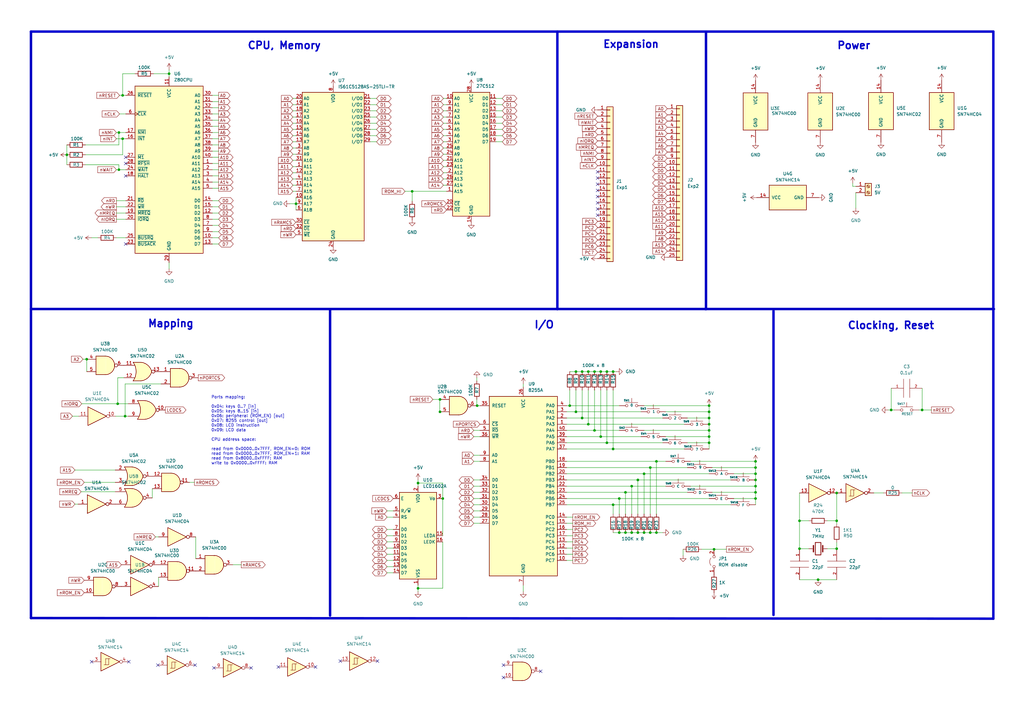
<source format=kicad_sch>
(kicad_sch (version 20211123) (generator eeschema)
  (paper "A3")
  (junction (at 248.92 152.4))
  (junction (at 254 218.44))
  (junction (at 256.54 218.44))
  (junction (at 309.88 199.39))
  (junction (at 309.88 191.77))
  (junction (at 256.54 201.93))
  (junction (at 171.45 198.12))
  (junction (at 292.862 225.298))
  (junction (at 259.08 218.44))
  (junction (at 259.08 199.39))
  (junction (at 290.83 168.91))
  (junction (at 248.92 181.61))
  (junction (at 290.83 173.99))
  (junction (at 266.7 191.77))
  (junction (at 246.38 152.4))
  (junction (at 171.45 241.3))
  (junction (at 290.83 176.53))
  (junction (at 309.88 204.47))
  (junction (at 269.24 218.44))
  (junction (at 48.768 54.356))
  (junction (at 309.88 201.93))
  (junction (at 266.7 218.44))
  (junction (at 309.88 196.85))
  (junction (at 243.84 176.53))
  (junction (at 264.16 194.31))
  (junction (at 195.707 166.37))
  (junction (at 238.76 152.4))
  (junction (at 48.768 69.596))
  (junction (at 51.308 170.688))
  (junction (at 243.84 152.4))
  (junction (at 343.154 225.044))
  (junction (at 233.68 166.37))
  (junction (at 236.22 152.4))
  (junction (at 246.38 179.07))
  (junction (at 241.3 152.4))
  (junction (at 335.534 237.744))
  (junction (at 261.62 196.85))
  (junction (at 378.206 168.148))
  (junction (at 238.76 171.45))
  (junction (at 327.914 213.614))
  (junction (at 290.83 166.37))
  (junction (at 181.61 204.47))
  (junction (at 365.506 168.148))
  (junction (at 50.292 39.116))
  (junction (at 180.467 163.83))
  (junction (at 48.26 165.608))
  (junction (at 251.46 207.01))
  (junction (at 251.46 184.15))
  (junction (at 254 204.47))
  (junction (at 327.914 225.044))
  (junction (at 290.83 171.45))
  (junction (at 309.88 189.23))
  (junction (at 35.56 147.32))
  (junction (at 27.432 63.5))
  (junction (at 121.412 83.566))
  (junction (at 343.154 202.184))
  (junction (at 269.24 189.23))
  (junction (at 290.83 179.07))
  (junction (at 50.292 56.896))
  (junction (at 264.16 218.44))
  (junction (at 290.83 181.61))
  (junction (at 169.037 78.486))
  (junction (at 241.3 173.99))
  (junction (at 180.467 168.91))
  (junction (at 236.22 168.91))
  (junction (at 251.46 152.4))
  (junction (at 69.342 30.226))
  (junction (at 343.154 213.614))
  (junction (at 309.88 194.31))
  (junction (at 261.62 218.44))
  (no_connect (at 245.11 75.565))
  (no_connect (at 51.562 72.136))
  (no_connect (at 87.757 273.939))
  (no_connect (at 245.11 78.105))
  (no_connect (at 245.11 88.265))
  (no_connect (at 51.562 64.516))
  (no_connect (at 206.502 277.876))
  (no_connect (at 245.11 80.645))
  (no_connect (at 37.592 271.399))
  (no_connect (at 80.01 272.796))
  (no_connect (at 221.742 275.336))
  (no_connect (at 129.413 273.558))
  (no_connect (at 51.562 67.056))
  (no_connect (at 245.11 83.185))
  (no_connect (at 245.11 70.485))
  (no_connect (at 102.997 273.939))
  (no_connect (at 206.502 272.796))
  (no_connect (at 64.77 272.796))
  (no_connect (at 154.813 271.145))
  (no_connect (at 245.11 85.725))
  (no_connect (at 52.832 271.399))
  (no_connect (at 51.562 100.076))
  (no_connect (at 245.11 73.025))
  (no_connect (at 114.173 273.558))
  (no_connect (at 139.573 271.145))
  (wire (pts (xy 87.122 72.136) (xy 89.662 72.136)))
  (wire (pts (xy 35.052 63.5) (xy 50.292 63.5)))
  (wire (pts (xy 243.84 152.4) (xy 241.3 152.4)))
  (wire (pts (xy 238.76 171.45) (xy 271.78 171.45)))
  (wire (pts (xy 49.022 39.116) (xy 50.292 39.116)))
  (wire (pts (xy 181.864 63.246) (xy 183.134 63.246)))
  (wire (pts (xy 283.21 199.39) (xy 309.88 199.39)))
  (wire (pts (xy 87.122 69.596) (xy 89.662 69.596)))
  (wire (pts (xy 181.61 204.47) (xy 181.61 219.71)))
  (wire (pts (xy 238.76 152.4) (xy 236.22 152.4)))
  (wire (pts (xy 95.504 231.648) (xy 98.933 231.648)))
  (wire (pts (xy 33.528 165.608) (xy 48.26 165.608)))
  (wire (pts (xy 158.75 217.17) (xy 161.29 217.17)))
  (wire (pts (xy 87.122 39.116) (xy 89.662 39.116)))
  (wire (pts (xy 181.864 58.166) (xy 183.134 58.166)))
  (wire (pts (xy 264.16 194.31) (xy 290.83 194.31)))
  (wire (pts (xy 120.142 78.486) (xy 121.412 78.486)))
  (wire (pts (xy 292.1 191.77) (xy 309.88 191.77)))
  (wire (pts (xy 254 218.44) (xy 256.54 218.44)))
  (wire (pts (xy 87.122 41.656) (xy 89.662 41.656)))
  (wire (pts (xy 269.24 218.44) (xy 271.78 218.44)))
  (wire (pts (xy 48.768 67.564) (xy 48.768 69.596)))
  (wire (pts (xy 121.285 91.186) (xy 121.412 91.186)))
  (wire (pts (xy 343.154 213.614) (xy 343.154 214.884)))
  (wire (pts (xy 264.16 218.44) (xy 266.7 218.44)))
  (wire (pts (xy 158.75 234.95) (xy 161.29 234.95)))
  (wire (pts (xy 181.864 45.466) (xy 183.134 45.466)))
  (wire (pts (xy 290.83 181.61) (xy 290.83 179.07)))
  (wire (pts (xy 378.206 168.148) (xy 382.016 168.148)))
  (wire (pts (xy 120.142 63.246) (xy 121.412 63.246)))
  (wire (pts (xy 203.454 48.006) (xy 205.994 48.006)))
  (wire (pts (xy 369.951 202.184) (xy 374.142 202.184)))
  (wire (pts (xy 30.734 192.786) (xy 47.244 192.786)))
  (wire (pts (xy 48.26 154.94) (xy 48.26 165.608)))
  (wire (pts (xy 234.95 227.33) (xy 232.41 227.33)))
  (wire (pts (xy 254 204.47) (xy 290.83 204.47)))
  (polyline (pts (xy 12.7 126.746) (xy 228.6 126.746)) (stroke (width 1) (type solid)))
  (wire (pts (xy 47.752 54.356) (xy 48.768 54.356)))
  (wire (pts (xy 87.122 64.516) (xy 89.662 64.516)))
  (wire (pts (xy 87.122 84.836) (xy 89.662 84.836)))
  (wire (pts (xy 243.84 176.53) (xy 243.84 160.02)))
  (wire (pts (xy 241.3 173.99) (xy 241.3 160.02)))
  (wire (pts (xy 158.75 229.87) (xy 161.29 229.87)))
  (wire (pts (xy 181.864 50.546) (xy 183.134 50.546)))
  (wire (pts (xy 51.308 170.688) (xy 52.578 170.688)))
  (wire (pts (xy 65.024 236.728) (xy 65.024 240.538)))
  (wire (pts (xy 87.122 97.536) (xy 89.662 97.536)))
  (wire (pts (xy 259.08 199.39) (xy 273.05 199.39)))
  (wire (pts (xy 246.38 179.07) (xy 246.38 160.02)))
  (wire (pts (xy 47.498 170.688) (xy 51.308 170.688)))
  (wire (pts (xy 300.99 194.31) (xy 309.88 194.31)))
  (wire (pts (xy 181.864 65.786) (xy 183.134 65.786)))
  (wire (pts (xy 378.206 159.258) (xy 378.206 168.148)))
  (wire (pts (xy 194.31 201.93) (xy 196.85 201.93)))
  (wire (pts (xy 266.7 191.77) (xy 266.7 210.82)))
  (wire (pts (xy 232.41 196.85) (xy 261.62 196.85)))
  (polyline (pts (xy 12.7 253.492) (xy 407.416 253.746)) (stroke (width 1) (type solid)))
  (wire (pts (xy 181.61 198.12) (xy 171.45 198.12)))
  (wire (pts (xy 261.62 196.85) (xy 299.72 196.85)))
  (wire (pts (xy 151.892 48.006) (xy 154.432 48.006)))
  (wire (pts (xy 49.022 46.736) (xy 51.562 46.736)))
  (wire (pts (xy 158.75 212.09) (xy 161.29 212.09)))
  (wire (pts (xy 194.31 199.39) (xy 196.85 199.39)))
  (wire (pts (xy 203.454 50.546) (xy 205.994 50.546)))
  (wire (pts (xy 120.142 70.866) (xy 121.412 70.866)))
  (wire (pts (xy 62.992 30.226) (xy 69.342 30.226)))
  (wire (pts (xy 327.914 225.044) (xy 331.724 225.044)))
  (wire (pts (xy 232.41 179.07) (xy 246.38 179.07)))
  (wire (pts (xy 177.5516 163.83) (xy 180.34 163.83)))
  (wire (pts (xy 194.31 207.01) (xy 196.85 207.01)))
  (wire (pts (xy 169.037 78.486) (xy 183.134 78.486)))
  (wire (pts (xy 87.122 92.456) (xy 89.662 92.456)))
  (wire (pts (xy 194.31 212.09) (xy 196.85 212.09)))
  (wire (pts (xy 335.534 237.744) (xy 343.154 237.744)))
  (wire (pts (xy 273.05 179.07) (xy 290.83 179.07)))
  (wire (pts (xy 35.052 59.436) (xy 48.768 59.436)))
  (wire (pts (xy 151.892 55.626) (xy 154.432 55.626)))
  (wire (pts (xy 256.54 201.93) (xy 256.54 210.82)))
  (wire (pts (xy 364.236 168.148) (xy 365.506 168.148)))
  (wire (pts (xy 243.84 176.53) (xy 254 176.53)))
  (wire (pts (xy 181.864 48.006) (xy 183.134 48.006)))
  (polyline (pts (xy 228.6 12.954) (xy 228.6 126.746)) (stroke (width 1) (type solid)))
  (wire (pts (xy 120.142 53.086) (xy 121.412 53.086)))
  (wire (pts (xy 246.38 152.4) (xy 243.84 152.4)))
  (wire (pts (xy 37.592 97.536) (xy 40.132 97.536)))
  (wire (pts (xy 309.88 199.39) (xy 309.88 196.85)))
  (wire (pts (xy 290.83 173.99) (xy 290.83 171.45)))
  (wire (pts (xy 256.54 218.44) (xy 259.08 218.44)))
  (wire (pts (xy 290.83 179.07) (xy 290.83 176.53)))
  (wire (pts (xy 269.24 189.23) (xy 273.05 189.23)))
  (wire (pts (xy 181.864 60.706) (xy 183.134 60.706)))
  (wire (pts (xy 30.734 206.756) (xy 32.004 206.756)))
  (wire (pts (xy 50.292 39.116) (xy 51.562 39.116)))
  (wire (pts (xy 261.62 196.85) (xy 261.62 210.82)))
  (wire (pts (xy 118.872 83.566) (xy 121.412 83.566)))
  (wire (pts (xy 151.892 53.086) (xy 154.432 53.086)))
  (wire (pts (xy 181.61 198.12) (xy 181.61 204.47)))
  (wire (pts (xy 34.544 197.866) (xy 47.244 197.866)))
  (wire (pts (xy 120.142 48.006) (xy 121.412 48.006)))
  (wire (pts (xy 266.7 191.77) (xy 281.94 191.77)))
  (wire (pts (xy 327.914 237.744) (xy 335.534 237.744)))
  (wire (pts (xy 180.34 163.83) (xy 180.34 168.91)))
  (wire (pts (xy 48.768 54.356) (xy 51.562 54.356)))
  (wire (pts (xy 233.68 166.37) (xy 232.41 166.37)))
  (wire (pts (xy 251.46 152.4) (xy 248.92 152.4)))
  (wire (pts (xy 120.142 58.166) (xy 121.412 58.166)))
  (wire (pts (xy 343.154 222.504) (xy 343.154 225.044)))
  (wire (pts (xy 273.05 168.91) (xy 290.83 168.91)))
  (wire (pts (xy 241.3 152.4) (xy 238.76 152.4)))
  (wire (pts (xy 266.7 218.44) (xy 269.24 218.44)))
  (wire (pts (xy 290.83 184.15) (xy 290.83 181.61)))
  (wire (pts (xy 351.028 78.994) (xy 351.028 85.344)))
  (wire (pts (xy 87.122 77.216) (xy 89.662 77.216)))
  (wire (pts (xy 47.752 82.296) (xy 51.562 82.296)))
  (wire (pts (xy 158.75 227.33) (xy 161.29 227.33)))
  (polyline (pts (xy 12.7 12.954) (xy 407.416 12.954)) (stroke (width 1) (type solid)))
  (wire (pts (xy 35.56 147.32) (xy 35.687 147.32)))
  (wire (pts (xy 33.274 201.676) (xy 47.244 201.676)))
  (wire (pts (xy 181.864 42.926) (xy 183.134 42.926)))
  (wire (pts (xy 214.63 240.03) (xy 214.63 242.57)))
  (wire (pts (xy 203.454 42.926) (xy 205.994 42.926)))
  (wire (pts (xy 87.122 44.196) (xy 89.662 44.196)))
  (wire (pts (xy 66.04 157.48) (xy 51.308 157.48)))
  (wire (pts (xy 327.914 202.184) (xy 327.914 213.614)))
  (wire (pts (xy 269.24 189.23) (xy 269.24 210.82)))
  (wire (pts (xy 181.864 53.086) (xy 183.134 53.086)))
  (wire (pts (xy 27.432 59.436) (xy 27.432 63.5)))
  (wire (pts (xy 203.454 58.166) (xy 205.994 58.166)))
  (wire (pts (xy 251.46 184.15) (xy 280.67 184.15)))
  (wire (pts (xy 171.45 198.12) (xy 171.45 199.39)))
  (wire (pts (xy 232.41 201.93) (xy 256.54 201.93)))
  (wire (pts (xy 171.45 240.03) (xy 171.45 241.3)))
  (wire (pts (xy 194.31 186.69) (xy 196.85 186.69)))
  (wire (pts (xy 181.864 73.406) (xy 183.134 73.406)))
  (wire (pts (xy 158.75 232.41) (xy 161.29 232.41)))
  (wire (pts (xy 181.864 55.626) (xy 183.134 55.626)))
  (wire (pts (xy 63.754 220.218) (xy 65.024 220.218)))
  (wire (pts (xy 246.38 179.07) (xy 262.89 179.07)))
  (wire (pts (xy 120.142 45.466) (xy 121.412 45.466)))
  (wire (pts (xy 121.412 83.566) (xy 121.412 86.106)))
  (wire (pts (xy 87.122 61.976) (xy 89.662 61.976)))
  (wire (pts (xy 300.99 204.47) (xy 309.88 204.47)))
  (wire (pts (xy 234.95 224.79) (xy 232.41 224.79)))
  (wire (pts (xy 241.3 173.99) (xy 280.67 173.99)))
  (polyline (pts (xy 289.306 126.746) (xy 407.67 126.746)) (stroke (width 1) (type solid)))
  (wire (pts (xy 290.83 168.91) (xy 290.83 166.37)))
  (wire (pts (xy 47.752 84.836) (xy 51.562 84.836)))
  (wire (pts (xy 214.63 157.48) (xy 214.63 158.75)))
  (wire (pts (xy 292.862 225.298) (xy 297.942 225.298)))
  (wire (pts (xy 47.752 87.376) (xy 51.562 87.376)))
  (wire (pts (xy 62.484 200.406) (xy 62.484 204.216)))
  (wire (pts (xy 194.31 214.63) (xy 196.85 214.63)))
  (wire (pts (xy 69.342 107.696) (xy 69.342 110.236)))
  (wire (pts (xy 232.41 212.09) (xy 234.95 212.09)))
  (wire (pts (xy 87.122 100.076) (xy 89.662 100.076)))
  (polyline (pts (xy 317.246 127.508) (xy 317.246 252.222)) (stroke (width 1) (type solid)))
  (wire (pts (xy 47.752 97.536) (xy 51.562 97.536)))
  (wire (pts (xy 50.292 30.226) (xy 55.372 30.226)))
  (wire (pts (xy 232.41 184.15) (xy 251.46 184.15)))
  (wire (pts (xy 238.76 171.45) (xy 232.41 171.45)))
  (polyline (pts (xy 289.56 13.208) (xy 289.56 126.746)) (stroke (width 1) (type solid)))
  (wire (pts (xy 121.412 81.026) (xy 121.412 83.566)))
  (wire (pts (xy 181.61 222.25) (xy 181.61 241.3)))
  (wire (pts (xy 233.68 166.37) (xy 254 166.37)))
  (wire (pts (xy 234.95 214.63) (xy 232.41 214.63)))
  (wire (pts (xy 120.142 75.946) (xy 121.412 75.946)))
  (wire (pts (xy 290.83 166.37) (xy 264.16 166.37)))
  (wire (pts (xy 151.892 45.466) (xy 154.432 45.466)))
  (wire (pts (xy 339.344 213.614) (xy 343.154 213.614)))
  (wire (pts (xy 309.88 201.93) (xy 309.88 199.39)))
  (wire (pts (xy 120.142 60.706) (xy 121.412 60.706)))
  (wire (pts (xy 232.41 199.39) (xy 259.08 199.39)))
  (wire (pts (xy 48.768 59.436) (xy 48.768 54.356)))
  (wire (pts (xy 349.758 76.454) (xy 351.028 76.454)))
  (wire (pts (xy 194.31 209.55) (xy 196.85 209.55)))
  (wire (pts (xy 69.342 30.226) (xy 69.342 31.496)))
  (wire (pts (xy 236.22 168.91) (xy 262.89 168.91)))
  (wire (pts (xy 87.122 94.996) (xy 89.662 94.996)))
  (wire (pts (xy 151.892 42.926) (xy 154.432 42.926)))
  (wire (pts (xy 47.752 56.896) (xy 50.292 56.896)))
  (wire (pts (xy 248.92 152.4) (xy 246.38 152.4)))
  (polyline (pts (xy 407.416 12.954) (xy 407.416 253.746)) (stroke (width 1) (type solid)))
  (wire (pts (xy 309.88 189.23) (xy 283.21 189.23)))
  (wire (pts (xy 50.292 30.226) (xy 50.292 39.116)))
  (wire (pts (xy 87.122 56.896) (xy 89.662 56.896)))
  (wire (pts (xy 181.864 70.866) (xy 183.134 70.866)))
  (wire (pts (xy 251.46 207.01) (xy 299.72 207.01)))
  (wire (pts (xy 87.122 74.676) (xy 89.662 74.676)))
  (wire (pts (xy 203.454 40.386) (xy 205.994 40.386)))
  (wire (pts (xy 234.95 222.25) (xy 232.41 222.25)))
  (wire (pts (xy 234.95 217.17) (xy 232.41 217.17)))
  (wire (pts (xy 365.506 159.258) (xy 365.506 168.148)))
  (wire (pts (xy 259.08 199.39) (xy 259.08 210.82)))
  (wire (pts (xy 236.22 152.4) (xy 233.68 152.4)))
  (wire (pts (xy 181.864 40.386) (xy 183.134 40.386)))
  (wire (pts (xy 194.31 189.23) (xy 196.85 189.23)))
  (wire (pts (xy 50.292 63.5) (xy 50.292 56.896)))
  (wire (pts (xy 232.41 189.23) (xy 269.24 189.23)))
  (wire (pts (xy 264.16 194.31) (xy 264.16 210.82)))
  (wire (pts (xy 151.892 40.386) (xy 154.432 40.386)))
  (wire (pts (xy 232.41 191.77) (xy 266.7 191.77)))
  (wire (pts (xy 232.41 204.47) (xy 254 204.47)))
  (wire (pts (xy 194.31 204.47) (xy 196.85 204.47)))
  (wire (pts (xy 259.08 218.44) (xy 261.62 218.44)))
  (polyline (pts (xy 228.6 126.746) (xy 289.56 126.746)) (stroke (width 1) (type solid)))
  (wire (pts (xy 87.122 46.736) (xy 89.662 46.736)))
  (wire (pts (xy 254 204.47) (xy 254 210.82)))
  (wire (pts (xy 195.58 166.37) (xy 195.707 166.37)))
  (wire (pts (xy 309.88 191.77) (xy 309.88 189.23)))
  (wire (pts (xy 194.31 176.53) (xy 196.85 176.53)))
  (wire (pts (xy 120.142 65.786) (xy 121.412 65.786)))
  (wire (pts (xy 120.142 42.926) (xy 121.412 42.926)))
  (wire (pts (xy 29.718 170.688) (xy 32.258 170.688)))
  (wire (pts (xy 232.41 173.99) (xy 241.3 173.99)))
  (wire (pts (xy 309.88 204.47) (xy 309.88 201.93)))
  (wire (pts (xy 290.83 176.53) (xy 290.83 173.99)))
  (wire (pts (xy 87.122 54.356) (xy 89.662 54.356)))
  (wire (pts (xy 151.892 50.546) (xy 154.432 50.546)))
  (wire (pts (xy 376.936 168.148) (xy 378.206 168.148)))
  (wire (pts (xy 87.122 67.056) (xy 89.662 67.056)))
  (wire (pts (xy 203.454 55.626) (xy 205.994 55.626)))
  (wire (pts (xy 236.22 168.91) (xy 232.41 168.91)))
  (wire (pts (xy 280.162 225.298) (xy 280.162 227.838)))
  (wire (pts (xy 233.68 160.02) (xy 233.68 166.37)))
  (wire (pts (xy 232.41 181.61) (xy 248.92 181.61)))
  (wire (pts (xy 281.94 181.61) (xy 290.83 181.61)))
  (wire (pts (xy 120.142 55.626) (xy 121.412 55.626)))
  (wire (pts (xy 87.122 82.296) (xy 89.662 82.296)))
  (wire (pts (xy 47.752 89.916) (xy 51.562 89.916)))
  (wire (pts (xy 120.142 73.406) (xy 121.412 73.406)))
  (wire (pts (xy 166.116 78.486) (xy 169.037 78.486)))
  (wire (pts (xy 158.75 209.55) (xy 161.29 209.55)))
  (wire (pts (xy 47.752 69.596) (xy 48.768 69.596)))
  (wire (pts (xy 232.41 207.01) (xy 251.46 207.01)))
  (polyline (pts (xy 12.7 12.954) (xy 12.7 253.492)) (stroke (width 1) (type solid)))
  (wire (pts (xy 120.142 50.546) (xy 121.412 50.546)))
  (wire (pts (xy 327.914 213.614) (xy 327.914 225.044)))
  (wire (pts (xy 169.037 78.486) (xy 169.037 82.55)))
  (wire (pts (xy 251.46 184.15) (xy 251.46 160.02)))
  (wire (pts (xy 232.41 176.53) (xy 243.84 176.53)))
  (wire (pts (xy 171.45 196.85) (xy 171.45 198.12)))
  (wire (pts (xy 248.92 181.61) (xy 248.92 160.02)))
  (wire (pts (xy 309.88 194.31) (xy 309.88 191.77)))
  (wire (pts (xy 48.26 165.608) (xy 52.578 165.608)))
  (wire (pts (xy 261.62 218.44) (xy 264.16 218.44)))
  (wire (pts (xy 195.58 163.83) (xy 195.58 166.37)))
  (wire (pts (xy 331.724 213.614) (xy 327.914 213.614)))
  (wire (pts (xy 50.292 56.896) (xy 51.562 56.896)))
  (wire (pts (xy 290.83 171.45) (xy 290.83 168.91)))
  (wire (pts (xy 48.768 69.596) (xy 51.562 69.596)))
  (wire (pts (xy 238.76 160.02) (xy 238.76 171.45)))
  (wire (pts (xy 234.95 219.71) (xy 232.41 219.71)))
  (wire (pts (xy 203.454 53.086) (xy 205.994 53.086)))
  (wire (pts (xy 194.31 179.07) (xy 196.85 179.07)))
  (wire (pts (xy 181.864 68.326) (xy 183.134 68.326)))
  (wire (pts (xy 77.724 197.866) (xy 79.756 197.866)))
  (wire (pts (xy 87.122 59.436) (xy 89.662 59.436)))
  (wire (pts (xy 87.122 49.276) (xy 89.662 49.276)))
  (wire (pts (xy 281.94 171.45) (xy 290.83 171.45)))
  (wire (pts (xy 151.892 58.166) (xy 154.432 58.166)))
  (wire (pts (xy 158.75 224.79) (xy 161.29 224.79)))
  (wire (pts (xy 181.61 241.3) (xy 171.45 241.3)))
  (wire (pts (xy 264.16 176.53) (xy 290.83 176.53)))
  (wire (pts (xy 69.342 28.575) (xy 69.342 30.226)))
  (wire (pts (xy 120.142 40.386) (xy 121.412 40.386)))
  (wire (pts (xy 120.142 68.326) (xy 121.412 68.326)))
  (wire (pts (xy 194.31 196.85) (xy 196.85 196.85)))
  (wire (pts (xy 366.776 168.148) (xy 365.506 168.148)))
  (wire (pts (xy 181.864 75.946) (xy 183.134 75.946)))
  (wire (pts (xy 248.92 181.61) (xy 271.78 181.61)))
  (wire (pts (xy 309.88 207.01) (xy 309.88 204.47)))
  (wire (pts (xy 195.707 166.37) (xy 196.85 166.37)))
  (polyline (pts (xy 135.382 127) (xy 135.382 252.476)) (stroke (width 1) (type solid)))
  (wire (pts (xy 358.394 202.184) (xy 362.331 202.184)))
  (wire (pts (xy 251.46 152.4) (xy 252.73 152.4)))
  (wire (pts (xy 158.75 219.71) (xy 161.29 219.71)))
  (wire (pts (xy 236.22 160.02) (xy 236.22 168.91)))
  (wire (pts (xy 251.46 207.01) (xy 251.46 210.82)))
  (wire (pts (xy 195.58 154.94) (xy 195.58 156.21)))
  (wire (pts (xy 35.56 147.32) (xy 35.56 152.4)))
  (wire (pts (xy 35.052 67.564) (xy 48.768 67.564)))
  (wire (pts (xy 87.122 87.376) (xy 89.662 87.376)))
  (wire (pts (xy 27.432 63.5) (xy 27.432 67.564)))
  (wire (pts (xy 51.308 157.48) (xy 51.308 170.688)))
  (wire (pts (xy 34.036 147.32) (xy 35.56 147.32)))
  (wire (pts (xy 339.344 225.044) (xy 343.154 225.044)))
  (wire (pts (xy 87.122 51.816) (xy 89.662 51.816)))
  (wire (pts (xy 251.46 218.44) (xy 254 218.44)))
  (wire (pts (xy 256.54 201.93) (xy 281.94 201.93)))
  (wire (pts (xy 343.154 202.184) (xy 343.154 213.614)))
  (wire (pts (xy 232.41 194.31) (xy 264.16 194.31)))
  (wire (pts (xy 158.75 222.25) (xy 161.29 222.25)))
  (wire (pts (xy 50.8 154.94) (xy 48.26 154.94)))
  (wire (pts (xy 309.88 196.85) (xy 309.88 194.31)))
  (wire (pts (xy 203.454 45.466) (xy 205.994 45.466)))
  (wire (pts (xy 171.45 241.3) (xy 171.45 242.57)))
  (wire (pts (xy 80.264 220.218) (xy 80.264 229.108)))
  (wire (pts (xy 87.122 89.916) (xy 89.662 89.916)))
  (wire (pts (xy 349.758 75.184) (xy 349.758 76.454)))
  (wire (pts (xy 234.95 229.87) (xy 232.41 229.87)))
  (wire (pts (xy 287.782 225.298) (xy 292.862 225.298)))
  (wire (pts (xy 292.1 201.93) (xy 309.88 201.93)))
  (text "Mapping" (at 60.452 134.62 0) (effects (font (size 3 3) (thickness 0.6) bold) (justify left bottom)))
  (text "Expansion" (at 247.142 20.066 0) (effects (font (size 3 3) (thickness 0.6) bold) (justify left bottom)))
  (text "I/O" (at 218.948 135.128 0) (effects (font (size 3 3) (thickness 0.6) bold) (justify left bottom)))
  (text "Clocking, Reset" (at 347.472 135.382 0) (effects (font (size 3 3) (thickness 0.6) bold) (justify left bottom)))
  (text "Power" (at 343.154 20.574 0) (effects (font (size 3 3) (thickness 0.6) bold) (justify left bottom)))
  (text "CPU, Memory\n" (at 101.346 20.574 0) (effects (font (size 3 3) (thickness 0.6) bold) (justify left bottom)))
  (text "Ports mapping:\n\n0x04: keys 0..7 [in]\n0x05: keys 8..15 [in]\n0x06: peripheral (ROM_EN) [out]\n0x07: 8255 control [out]\n0x08: LCD instruction\n0x09: LCD data\n\nCPU address space:\n\nread from 0x0000..0x7FFF, ROM_EN=0: ROM\nread from 0x0000..0x7FFF, ROM_EN=1: RAM\nread from 0x8000..0xFFFF: RAM\nwrite to 0x0000..0xFFFF: RAM\n" (at 86.614 190.754 0) (effects (font (size 1.2 1.2)) (justify left bottom)))
  (global_label "A15" (shape output) (at 89.662 77.216 0) (property "Intersheet References" "${INTERSHEET_REFS}" (effects hide)))
  (global_label "nRD" (shape input) (at 183.134 86.106 180) (property "Intersheet References" "${INTERSHEET_REFS}" (effects hide)))
  (global_label "LCDCS" (shape output) (at 67.818 168.148 0) (property "Intersheet References" "${INTERSHEET_REFS}" (effects hide)))
  (global_label "D0" (shape bidirectional) (at 194.31 196.85 180) (property "Intersheet References" "${INTERSHEET_REFS}" (effects hide)))
  (global_label "D2" (shape bidirectional) (at 158.75 222.25 180) (property "Intersheet References" "${INTERSHEET_REFS}" (effects hide)))
  (global_label "PC6" (shape output) (at 234.95 227.33 0) (property "Intersheet References" "${INTERSHEET_REFS}" (effects hide)))
  (global_label "PC5" (shape output) (at 234.95 224.79 0) (property "Intersheet References" "${INTERSHEET_REFS}" (effects hide)))
  (global_label "D6" (shape bidirectional) (at 205.994 55.626 0) (property "Intersheet References" "${INTERSHEET_REFS}" (effects hide)))
  (global_label "D1" (shape bidirectional) (at 205.994 42.926 0) (property "Intersheet References" "${INTERSHEET_REFS}" (effects hide)))
  (global_label "A0" (shape input) (at 181.864 40.386 180) (property "Intersheet References" "${INTERSHEET_REFS}" (effects hide)))
  (global_label "A10" (shape input) (at 181.864 65.786 180) (property "Intersheet References" "${INTERSHEET_REFS}" (effects hide)))
  (global_label "A1" (shape input) (at 273.685 47.117 180) (property "Intersheet References" "${INTERSHEET_REFS}" (effects hide)))
  (global_label "D4" (shape bidirectional) (at 273.685 75.057 180) (property "Intersheet References" "${INTERSHEET_REFS}" (effects hide)))
  (global_label "D0" (shape bidirectional) (at 89.662 82.296 0) (property "Intersheet References" "${INTERSHEET_REFS}" (effects hide)))
  (global_label "nCLK" (shape input) (at 245.11 67.945 180) (property "Intersheet References" "${INTERSHEET_REFS}" (effects hide)))
  (global_label "A10" (shape input) (at 120.142 65.786 180) (property "Intersheet References" "${INTERSHEET_REFS}" (effects hide)))
  (global_label "D6" (shape bidirectional) (at 154.432 55.626 0) (property "Intersheet References" "${INTERSHEET_REFS}" (effects hide)))
  (global_label "A2" (shape output) (at 89.662 44.196 0) (property "Intersheet References" "${INTERSHEET_REFS}" (effects hide)))
  (global_label "D4" (shape bidirectional) (at 158.75 227.33 180) (property "Intersheet References" "${INTERSHEET_REFS}" (effects hide)))
  (global_label "D0" (shape bidirectional) (at 205.994 40.386 0) (property "Intersheet References" "${INTERSHEET_REFS}" (effects hide)))
  (global_label "A11" (shape input) (at 120.142 68.326 180) (property "Intersheet References" "${INTERSHEET_REFS}" (effects hide)))
  (global_label "A4" (shape input) (at 181.864 50.546 180) (property "Intersheet References" "${INTERSHEET_REFS}" (effects hide)))
  (global_label "A9" (shape output) (at 89.662 61.976 0) (property "Intersheet References" "${INTERSHEET_REFS}" (effects hide)))
  (global_label "A0" (shape input) (at 194.31 186.69 180) (property "Intersheet References" "${INTERSHEET_REFS}" (effects hide)))
  (global_label "D7" (shape bidirectional) (at 273.685 82.677 180) (property "Intersheet References" "${INTERSHEET_REFS}" (effects hide)))
  (global_label "nROM_EN" (shape input) (at 34.544 197.866 180) (property "Intersheet References" "${INTERSHEET_REFS}" (effects hide)))
  (global_label "D5" (shape bidirectional) (at 205.994 53.086 0) (property "Intersheet References" "${INTERSHEET_REFS}" (effects hide)))
  (global_label "D4" (shape bidirectional) (at 154.432 50.546 0) (property "Intersheet References" "${INTERSHEET_REFS}" (effects hide)))
  (global_label "A6" (shape input) (at 120.142 55.626 180) (property "Intersheet References" "${INTERSHEET_REFS}" (effects hide)))
  (global_label "A13" (shape output) (at 89.662 72.136 0) (property "Intersheet References" "${INTERSHEET_REFS}" (effects hide)))
  (global_label "D0" (shape bidirectional) (at 154.432 40.386 0) (property "Intersheet References" "${INTERSHEET_REFS}" (effects hide)))
  (global_label "D5" (shape bidirectional) (at 154.432 53.086 0) (property "Intersheet References" "${INTERSHEET_REFS}" (effects hide)))
  (global_label "nMREQ" (shape input) (at 63.754 220.218 180) (property "Intersheet References" "${INTERSHEET_REFS}" (effects hide)))
  (global_label "D0" (shape bidirectional) (at 158.75 217.17 180) (property "Intersheet References" "${INTERSHEET_REFS}" (effects hide)))
  (global_label "A14" (shape output) (at 89.662 74.676 0) (property "Intersheet References" "${INTERSHEET_REFS}" (effects hide)))
  (global_label "PC4" (shape input) (at 245.11 95.885 180) (property "Intersheet References" "${INTERSHEET_REFS}" (effects hide)))
  (global_label "A6" (shape output) (at 89.662 54.356 0) (property "Intersheet References" "${INTERSHEET_REFS}" (effects hide)))
  (global_label "A7" (shape output) (at 89.662 56.896 0) (property "Intersheet References" "${INTERSHEET_REFS}" (effects hide)))
  (global_label "nWR" (shape output) (at 47.752 84.836 180) (property "Intersheet References" "${INTERSHEET_REFS}" (effects hide)))
  (global_label "D6" (shape bidirectional) (at 89.662 97.536 0) (property "Intersheet References" "${INTERSHEET_REFS}" (effects hide)))
  (global_label "D2" (shape bidirectional) (at 89.662 87.376 0) (property "Intersheet References" "${INTERSHEET_REFS}" (effects hide)))
  (global_label "nIORQ" (shape input) (at 33.528 165.608 180) (property "Intersheet References" "${INTERSHEET_REFS}" (effects hide)))
  (global_label "PC7" (shape output) (at 234.95 229.87 0) (property "Intersheet References" "${INTERSHEET_REFS}" (effects hide)))
  (global_label "nROMCS" (shape input) (at 183.134 83.566 180) (property "Intersheet References" "${INTERSHEET_REFS}" (effects hide)))
  (global_label "D6" (shape bidirectional) (at 158.75 232.41 180) (property "Intersheet References" "${INTERSHEET_REFS}" (effects hide)))
  (global_label "D2" (shape bidirectional) (at 205.994 45.466 0) (property "Intersheet References" "${INTERSHEET_REFS}" (effects hide)))
  (global_label "nRD" (shape input) (at 121.412 93.726 180) (property "Intersheet References" "${INTERSHEET_REFS}" (effects hide)))
  (global_label "A9" (shape input) (at 120.142 63.246 180) (property "Intersheet References" "${INTERSHEET_REFS}" (effects hide)))
  (global_label "A4" (shape input) (at 273.685 54.737 180) (property "Intersheet References" "${INTERSHEET_REFS}" (effects hide)))
  (global_label "nINT" (shape input) (at 47.752 56.896 180) (property "Intersheet References" "${INTERSHEET_REFS}" (effects hide)))
  (global_label "D7" (shape bidirectional) (at 205.994 58.166 0) (property "Intersheet References" "${INTERSHEET_REFS}" (effects hide)))
  (global_label "LCDCS" (shape input) (at 161.29 204.47 180) (property "Intersheet References" "${INTERSHEET_REFS}" (effects hide)))
  (global_label "ROM_HI" (shape output) (at 234.95 214.63 0) (property "Intersheet References" "${INTERSHEET_REFS}" (effects hide)))
  (global_label "nRESET" (shape output) (at 382.016 168.148 0) (property "Intersheet References" "${INTERSHEET_REFS}" (effects hide)))
  (global_label "D4" (shape bidirectional) (at 194.31 207.01 180) (property "Intersheet References" "${INTERSHEET_REFS}" (effects hide)))
  (global_label "nRESET" (shape input) (at 177.5516 163.83 180) (property "Intersheet References" "${INTERSHEET_REFS}" (effects hide)))
  (global_label "D4" (shape bidirectional) (at 205.994 50.546 0) (property "Intersheet References" "${INTERSHEET_REFS}" (effects hide)))
  (global_label "A7" (shape input) (at 273.685 62.357 180) (property "Intersheet References" "${INTERSHEET_REFS}" (effects hide)))
  (global_label "A2" (shape input) (at 120.142 45.466 180) (property "Intersheet References" "${INTERSHEET_REFS}" (effects hide)))
  (global_label "A14" (shape input) (at 273.685 102.997 180) (property "Intersheet References" "${INTERSHEET_REFS}" (effects hide)))
  (global_label "D5" (shape bidirectional) (at 194.31 209.55 180) (property "Intersheet References" "${INTERSHEET_REFS}" (effects hide)))
  (global_label "A7" (shape input) (at 181.864 58.166 180) (property "Intersheet References" "${INTERSHEET_REFS}" (effects hide)))
  (global_label "nROM_EN" (shape output) (at 297.942 225.298 0) (property "Intersheet References" "${INTERSHEET_REFS}" (effects hide)))
  (global_label "A11" (shape input) (at 273.685 92.837 180) (property "Intersheet References" "${INTERSHEET_REFS}" (effects hide)))
  (global_label "A8" (shape input) (at 120.142 60.706 180) (property "Intersheet References" "${INTERSHEET_REFS}" (effects hide)))
  (global_label "A1" (shape output) (at 89.662 41.656 0) (property "Intersheet References" "${INTERSHEET_REFS}" (effects hide)))
  (global_label "nCLK" (shape input) (at 49.022 46.736 180) (property "Intersheet References" "${INTERSHEET_REFS}" (effects hide)))
  (global_label "A8" (shape input) (at 273.685 97.917 180) (property "Intersheet References" "${INTERSHEET_REFS}" (effects hide)))
  (global_label "D6" (shape bidirectional) (at 194.31 212.09 180) (property "Intersheet References" "${INTERSHEET_REFS}" (effects hide)))
  (global_label "nRESET" (shape input) (at 49.022 39.116 180) (property "Intersheet References" "${INTERSHEET_REFS}" (effects hide)))
  (global_label "A10" (shape output) (at 89.662 64.516 0) (property "Intersheet References" "${INTERSHEET_REFS}" (effects hide)))
  (global_label "PC6" (shape input) (at 245.11 100.965 180) (property "Intersheet References" "${INTERSHEET_REFS}" (effects hide)))
  (global_label "A0" (shape output) (at 89.662 39.116 0) (property "Intersheet References" "${INTERSHEET_REFS}" (effects hide)))
  (global_label "PC4" (shape output) (at 234.95 222.25 0) (property "Intersheet References" "${INTERSHEET_REFS}" (effects hide)))
  (global_label "A14" (shape input) (at 181.864 75.946 180) (property "Intersheet References" "${INTERSHEET_REFS}" (effects hide)))
  (global_label "D1" (shape bidirectional) (at 154.432 42.926 0) (property "Intersheet References" "${INTERSHEET_REFS}" (effects hide)))
  (global_label "A0" (shape input) (at 158.75 212.09 180) (property "Intersheet References" "${INTERSHEET_REFS}" (effects hide)))
  (global_label "nNMI" (shape input) (at 47.752 54.356 180) (property "Intersheet References" "${INTERSHEET_REFS}" (effects hide)))
  (global_label "nWR" (shape input) (at 158.75 209.55 180) (property "Intersheet References" "${INTERSHEET_REFS}" (effects hide)))
  (global_label "D1" (shape bidirectional) (at 158.75 219.71 180) (property "Intersheet References" "${INTERSHEET_REFS}" (effects hide)))
  (global_label "D2" (shape bidirectional) (at 273.685 64.897 180) (property "Intersheet References" "${INTERSHEET_REFS}" (effects hide)))
  (global_label "D3" (shape bidirectional) (at 205.994 48.006 0) (property "Intersheet References" "${INTERSHEET_REFS}" (effects hide)))
  (global_label "D2" (shape bidirectional) (at 154.432 45.466 0) (property "Intersheet References" "${INTERSHEET_REFS}" (effects hide)))
  (global_label "A3" (shape input) (at 181.864 48.006 180) (property "Intersheet References" "${INTERSHEET_REFS}" (effects hide)))
  (global_label "A8" (shape input) (at 181.864 60.706 180) (property "Intersheet References" "${INTERSHEET_REFS}" (effects hide)))
  (global_label "A1" (shape input) (at 120.142 42.926 180) (property "Intersheet References" "${INTERSHEET_REFS}" (effects hide)))
  (global_label "nWR" (shape input) (at 34.544 237.998 180) (property "Intersheet References" "${INTERSHEET_REFS}" (effects hide)))
  (global_label "A2" (shape input) (at 34.036 147.32 180) (property "Intersheet References" "${INTERSHEET_REFS}" (effects hide)))
  (global_label "nIORQ" (shape output) (at 47.752 89.916 180) (property "Intersheet References" "${INTERSHEET_REFS}" (effects hide)))
  (global_label "A12" (shape input) (at 181.864 70.866 180) (property "Intersheet References" "${INTERSHEET_REFS}" (effects hide)))
  (global_label "D1" (shape bidirectional) (at 89.662 84.836 0) (property "Intersheet References" "${INTERSHEET_REFS}" (effects hide)))
  (global_label "nCLK" (shape output) (at 374.142 202.184 0) (property "Intersheet References" "${INTERSHEET_REFS}" (effects hide)))
  (global_label "A14" (shape input) (at 120.142 75.946 180) (property "Intersheet References" "${INTERSHEET_REFS}" (effects hide)))
  (global_label "A6" (shape input) (at 273.685 59.817 180) (property "Intersheet References" "${INTERSHEET_REFS}" (effects hide)))
  (global_label "A1" (shape input) (at 181.864 42.926 180) (property "Intersheet References" "${INTERSHEET_REFS}" (effects hide)))
  (global_label "nROMCS" (shape output) (at 79.756 197.866 0) (property "Intersheet References" "${INTERSHEET_REFS}" (effects hide)))
  (global_label "nRD" (shape output) (at 47.752 82.296 180) (property "Intersheet References" "${INTERSHEET_REFS}" (effects hide)))
  (global_label "D1" (shape bidirectional) (at 273.685 67.437 180) (property "Intersheet References" "${INTERSHEET_REFS}" (effects hide)))
  (global_label "nPORTCS" (shape output) (at 81.28 154.94 0) (property "Intersheet References" "${INTERSHEET_REFS}" (effects hide)))
  (global_label "A4" (shape input) (at 120.142 50.546 180) (property "Intersheet References" "${INTERSHEET_REFS}" (effects hide)))
  (global_label "A0" (shape input) (at 120.142 40.386 180) (property "Intersheet References" "${INTERSHEET_REFS}" (effects hide)))
  (global_label "nRD" (shape input) (at 245.11 55.245 180) (property "Intersheet References" "${INTERSHEET_REFS}" (effects hide)))
  (global_label "D1" (shape bidirectional) (at 194.31 199.39 180) (property "Intersheet References" "${INTERSHEET_REFS}" (effects hide)))
  (global_label "nRAMCS" (shape input) (at 121.285 91.186 180) (property "Intersheet References" "${INTERSHEET_REFS}" (effects hide)))
  (global_label "A13" (shape input) (at 120.142 73.406 180) (property "Intersheet References" "${INTERSHEET_REFS}" (effects hide)))
  (global_label "D7" (shape bidirectional) (at 194.31 214.63 180) (property "Intersheet References" "${INTERSHEET_REFS}" (effects hide)))
  (global_label "A15" (shape input) (at 120.142 78.486 180) (property "Intersheet References" "${INTERSHEET_REFS}" (effects hide)))
  (global_label "D0" (shape bidirectional) (at 273.685 69.977 180) (property "Intersheet References" "${INTERSHEET_REFS}" (effects hide)))
  (global_label "A11" (shape output) (at 89.662 67.056 0) (property "Intersheet References" "${INTERSHEET_REFS}" (effects hide)))
  (global_label "D3" (shape bidirectional) (at 194.31 204.47 180) (property "Intersheet References" "${INTERSHEET_REFS}" (effects hide)))
  (global_label "A7" (shape input) (at 120.142 58.166 180) (property "Intersheet References" "${INTERSHEET_REFS}" (effects hide)))
  (global_label "D5" (shape bidirectional) (at 89.662 94.996 0) (property "Intersheet References" "${INTERSHEET_REFS}" (effects hide)))
  (global_label "A3" (shape input) (at 29.718 170.688 180) (property "Intersheet References" "${INTERSHEET_REFS}" (effects hide)))
  (global_label "A3" (shape input) (at 273.685 52.197 180) (property "Intersheet References" "${INTERSHEET_REFS}" (effects hide)))
  (global_label "A1" (shape input) (at 194.31 189.23 180) (property "Intersheet References" "${INTERSHEET_REFS}" (effects hide)))
  (global_label "A5" (shape input) (at 181.864 53.086 180) (property "Intersheet References" "${INTERSHEET_REFS}" (effects hide)))
  (global_label "nWR" (shape input) (at 121.412 96.266 180) (property "Intersheet References" "${INTERSHEET_REFS}" (effects hide)))
  (global_label "A4" (shape output) (at 89.662 49.276 0) (property "Intersheet References" "${INTERSHEET_REFS}" (effects hide)))
  (global_label "D3" (shape bidirectional) (at 89.662 89.916 0) (property "Intersheet References" "${INTERSHEET_REFS}" (effects hide)))
  (global_label "nWR" (shape input) (at 194.31 179.07 180) (property "Intersheet References" "${INTERSHEET_REFS}" (effects hide)))
  (global_label "D2" (shape bidirectional) (at 194.31 201.93 180) (property "Intersheet References" "${INTERSHEET_REFS}" (effects hide)))
  (global_label "A11" (shape input) (at 181.864 68.326 180) (property "Intersheet References" "${INTERSHEET_REFS}" (effects hide)))
  (global_label "nROM_EN" (shape input) (at 34.544 243.078 180) (property "Intersheet References" "${INTERSHEET_REFS}" (effects hide)))
  (global_label "D6" (shape bidirectional) (at 273.685 80.137 180) (property "Intersheet References" "${INTERSHEET_REFS}" (effects hide)))
  (global_label "A5" (shape output) (at 89.662 51.816 0) (property "Intersheet References" "${INTERSHEET_REFS}" (effects hide)))
  (global_label "A3" (shape input) (at 120.142 48.006 180) (property "Intersheet References" "${INTERSHEET_REFS}" (effects hide)))
  (global_label "nMREQ" (shape input) (at 245.11 60.325 180) (property "Intersheet References" "${INTERSHEET_REFS}" (effects hide)))
  (global_label "PC2" (shape input) (at 245.11 93.345 180) (property "Intersheet References" "${INTERSHEET_REFS}" (effects hide)))
  (global_label "A15" (shape input) (at 30.734 192.786 180) (property "Intersheet References" "${INTERSHEET_REFS}" (effects hide)))
  (global_label "A13" (shape input) (at 181.864 73.406 180) (property "Intersheet References" "${INTERSHEET_REFS}" (effects hide)))
  (global_label "nNMI" (shape input) (at 245.11 62.865 180) (property "Intersheet References" "${INTERSHEET_REFS}" (effects hide)))
  (global_label "nROM_EN" (shape output) (at 234.95 212.09 0) (property "Intersheet References" "${INTERSHEET_REFS}" (effects hide)))
  (global_label "nWR" (shape input) (at 30.734 206.756 180) (property "Intersheet References" "${INTERSHEET_REFS}" (effects hide)))
  (global_label "nWAIT" (shape input) (at 47.752 69.596 180) (property "Intersheet References" "${INTERSHEET_REFS}" (effects hide)))
  (global_label "A9" (shape input) (at 181.864 63.246 180) (property "Intersheet References" "${INTERSHEET_REFS}" (effects hide)))
  (global_label "A12" (shape output) (at 89.662 69.596 0) (property "Intersheet References" "${INTERSHEET_REFS}" (effects hide)))
  (global_label "nMREQ" (shape input) (at 33.274 201.676 180) (property "Intersheet References" "${INTERSHEET_REFS}" (effects hide)))
  (global_label "nPORTCS" (shape input) (at 196.85 173.99 180) (property "Intersheet References" "${INTERSHEET_REFS}" (effects hide)))
  (global_label "A2" (shape input) (at 273.685 49.657 180) (property "Intersheet References" "${INTERSHEET_REFS}" (effects hide)))
  (global_label "A10" (shape input) (at 273.685 85.217 180) (property "Intersheet References" "${INTERSHEET_REFS}" (effects hide)))
  (global_label "PC5" (shape input) (at 245.11 98.425 180) (property "Intersheet References" "${INTERSHEET_REFS}" (effects hide)))
  (global_label "nRAMCS" (shape output) (at 98.933 231.648 0) (property "Intersheet References" "${INTERSHEET_REFS}" (effects hide)))
  (global_label "A2" (shape input) (at 181.864 45.466 180) (property "Intersheet References" "${INTERSHEET_REFS}" (effects hide)))
  (global_label "D3" (shape bidirectional) (at 273.685 72.517 180) (property "Intersheet References" "${INTERSHEET_REFS}" (effects hide)))
  (global_label "nWR" (shape input) (at 245.11 52.705 180) (property "Intersheet References" "${INTERSHEET_REFS}" (effects hide)))
  (global_label "A5" (shape input) (at 273.685 57.277 180) (property "Intersheet References" "${INTERSHEET_REFS}" (effects hide)))
  (global_label "PC7" (shape input) (at 245.11 103.505 180) (property "Intersheet References" "${INTERSHEET_REFS}" (effects hide)))
  (global_label "nIORQ" (shape input) (at 245.11 57.785 180) (property "Intersheet References" "${INTERSHEET_REFS}" (effects hide)))
  (global_label "A13" (shape input) (at 273.685 100.457 180) (property "Intersheet References" "${INTERSHEET_REFS}" (effects hide)))
  (global_label "D3" (shape bidirectional) (at 154.432 48.006 0) (property "Intersheet References" "${INTERSHEET_REFS}" (effects hide)))
  (global_label "A8" (shape output) (at 89.662 59.436 0) (property "Intersheet References" "${INTERSHEET_REFS}" (effects hide)))
  (global_label "A15" (shape input) (at 49.784 231.648 180) (property "Intersheet References" "${INTERSHEET_REFS}" (effects hide)))
  (global_label "ROM_HI" (shape input) (at 166.116 78.486 180) (property "Intersheet References" "${INTERSHEET_REFS}" (effects hide)))
  (global_label "nINT" (shape input) (at 245.11 65.405 180) (property "Intersheet References" "${INTERSHEET_REFS}" (effects hide)))
  (global_label "A15" (shape input) (at 273.685 87.757 180) (property "Intersheet References" "${INTERSHEET_REFS}" (effects hide)))
  (global_label "D7" (shape bidirectional) (at 89.662 100.076 0) (property "Intersheet References" "${INTERSHEET_REFS}" (effects hide)))
  (global_label "D5" (shape bidirectional) (at 158.75 229.87 180) (property "Intersheet References" "${INTERSHEET_REFS}" (effects hide)))
  (global_label "A3" (shape output) (at 89.662 46.736 0) (property "Intersheet References" "${INTERSHEET_REFS}" (effects hide)))
  (global_label "D7" (shape bidirectional) (at 154.432 58.166 0) (property "Intersheet References" "${INTERSHEET_REFS}" (effects hide)))
  (global_label "A5" (shape input) (at 120.142 53.086 180) (property "Intersheet References" "${INTERSHEET_REFS}" (effects hide)))
  (global_label "A9" (shape input) (at 273.685 95.377 180) (property "Intersheet References" "${INTERSHEET_REFS}" (effects hide)))
  (global_label "D4" (shape bidirectional) (at 89.662 92.456 0) (property "Intersheet References" "${INTERSHEET_REFS}" (effects hide)))
  (global_label "PC3" (shape output) (at 234.95 219.71 0) (property "Intersheet References" "${INTERSHEET_REFS}" (effects hide)))
  (global_label "D7" (shape bidirectional) (at 158.75 234.95 180) (property "Intersheet References" "${INTERSHEET_REFS}" (effects hide)))
  (global_label "A12" (shape input) (at 273.685 90.297 180) (property "Intersheet References" "${INTERSHEET_REFS}" (effects hide)))
  (global_label "D5" (shape bidirectional) (at 273.685 77.597 180) (property "Intersheet References" "${INTERSHEET_REFS}" (effects hide)))
  (global_label "A6" (shape input) (at 181.864 55.626 180) (property "Intersheet References" "${INTERSHEET_REFS}" (effects hide)))
  (global_label "A0" (shape input) (at 273.685 44.577 180) (property "Intersheet References" "${INTERSHEET_REFS}" (effects hide)))
  (global_label "PC3" (shape input) (at 245.11 90.805 180) (property "Intersheet References" "${INTERSHEET_REFS}" (effects hide)))
  (global_label "PC2" (shape output) (at 234.95 217.17 0) (property "Intersheet References" "${INTERSHEET_REFS}" (effects hide)))
  (global_label "A12" (shape input) (at 120.142 70.866 180) (property "Intersheet References" "${INTERSHEET_REFS}" (effects hide)))
  (global_label "nWAIT" (shape input) (at 245.11 50.165 180) (property "Intersheet References" "${INTERSHEET_REFS}" (effects hide)))
  (global_label "nMREQ" (shape output) (at 47.752 87.376 180) (property "Intersheet References" "${INTERSHEET_REFS}" (effects hide)))
  (global_label "nRD" (shape input) (at 194.31 176.53 180) (property "Intersheet References" "${INTERSHEET_REFS}" (effects hide)))
  (global_label "nRESET" (shape input) (at 245.11 47.625 180) (property "Intersheet References" "${INTERSHEET_REFS}" (effects hide)))
  (global_label "D3" (shape bidirectional) (at 158.75 224.79 180) (property "Intersheet References" "${INTERSHEET_REFS}" (effects hide)))
  (symbol (lib_id "Switch:SW_Push") (at 276.86 181.61 0) (unit 1)
    (property "Reference" "SW6" (at 271.5389 180.3236 0) (effects (font (size 0.75 0.75)) (justify left)))
    (property "Value" "6" (at 276.3159 181.6963 0) (effects (font (size 1 1)) (justify left)))
    (property "Footprint" "Button_Switch_SMD:SW_Push_1P1T_NO_6x6mm_H9.5mm" (effects hide))
  )
  (symbol (lib_id "Switch:SW_Push") (at 295.91 204.47 0) (unit 1)
    (property "Reference" "SW14" (at 290.5889 203.1836 0) (effects (font (size 0.75 0.75)) (justify left)))
    (property "Value" "E" (at 295.3659 204.5563 0) (effects (font (size 1 1)) (justify left)))
    (property "Footprint" "Button_Switch_SMD:SW_Push_1P1T_NO_6x6mm_H9.5mm" (effects hide))
  )
  (symbol (lib_id "power:+5V") (at 336.423 33.02 0) (unit 1)
    (property "Reference" "#PWR036" (effects hide))
    (property "Value" "+5V" (at 336.423 27.94 0))
  )
  (symbol (lib_id "Connector_Generic:Conn_01x25") (at 250.19 75.565 0) (unit 1)
    (property "Reference" "J1" (at 252.73 74.2949 0) (effects (justify left)))
    (property "Value" "Exp1" (at 252.73 76.8349 0) (effects (justify left)))
    (property "Footprint" "Connector_PinHeader_2.54mm:PinHeader_1x25_P2.54mm_Vertical" (effects hide))
  )
  (symbol (lib_id "CPU:Z80CPU") (at 69.342 69.596 0) (unit 1)
    (property "Reference" "U6" (at 71.3614 30.226 0) (effects (justify left)))
    (property "Value" "Z80CPU" (at 71.3614 32.766 0) (effects (justify left)))
    (property "Footprint" "Package_DIP:DIP-40_W15.24mm" (effects hide))
    (property "Datasheet" "www.zilog.com/manage_directlink.php?filepath=docs/z80/um0080" (effects hide))
  )
  (symbol (lib_id "power:GND") (at 361.315 58.293 0) (unit 1)
    (property "Reference" "#PWR041" (effects hide))
    (property "Value" "GND" (at 361.315 63.373 0))
  )
  (symbol (lib_id "74xx:74HC14") (at 72.39 272.796 0) (unit 3)
    (property "Reference" "U4" (at 72.39 264.16 0))
    (property "Value" "SN74HC14" (at 72.39 266.7 0))
    (property "Footprint" "Package_DIP:DIP-14_W7.62mm" (effects hide))
    (property "Datasheet" "http://www.ti.com/lit/gpn/sn74HC14" (effects hide))
  )
  (symbol (lib_id "74xx:74LS04") (at 335.534 202.184 0) (unit 6)
    (property "Reference" "U1" (at 335.534 193.294 0))
    (property "Value" "SN74HC04" (at 335.534 195.834 0))
    (property "Footprint" "Package_DIP:DIP-14_W7.62mm" (effects hide))
    (property "Datasheet" "http://www.ti.com/lit/gpn/sn74LS04" (effects hide))
  )
  (symbol (lib_id "power:GND") (at 136.652 101.346 0) (unit 1)
    (property "Reference" "#PWR08" (effects hide))
    (property "Value" "GND" (at 136.652 106.426 0))
  )
  (symbol (lib_id "Device:R") (at 251.46 156.21 180) (unit 1)
    (property "Reference" "R15" (at 251.46 157.48 90) (effects (justify right)))
    (property "Value" "100K" (effects hide))
    (property "Footprint" "Resistor_SMD:R_0805_2012Metric" (effects hide))
  )
  (symbol (lib_id "power:+5V") (at 193.294 35.306 0) (unit 1)
    (property "Reference" "#PWR013" (effects hide))
    (property "Value" "+5V" (at 193.294 30.226 0))
  )
  (symbol (lib_id "power:GND") (at 214.63 242.57 0) (unit 1)
    (property "Reference" "#PWR017" (effects hide))
    (property "Value" "GND" (at 214.63 247.65 0))
  )
  (symbol (lib_name "Screw_Terminal_01x02_1") (lib_id "Connector:Screw_Terminal_01x02") (at 356.108 76.454 0) (unit 1)
    (property "Reference" "J3" (at 358.648 76.4539 0) (effects (justify left)))
    (property "Value" "5V" (at 358.648 78.9939 0) (effects (justify left)))
    (property "Footprint" "TerminalBlock:TerminalBlock_Altech_AK300-2_P5.00mm" (effects hide))
  )
  (symbol (lib_id "Device:R") (at 236.22 156.21 180) (unit 1)
    (property "Reference" "R9" (at 236.22 157.48 90) (effects (justify right)))
    (property "Value" "100K" (effects hide))
    (property "Footprint" "Resistor_SMD:R_0805_2012Metric" (effects hide))
  )
  (symbol (lib_id "Device:R") (at 269.24 214.63 0) (unit 1)
    (property "Reference" "R23" (at 269.24 213.36 90) (effects (justify right)))
    (property "Value" "100K x 8" (at 264.16 220.98 0) (effects (justify right)))
    (property "Footprint" "Resistor_SMD:R_0805_2012Metric" (effects hide))
  )
  (symbol (lib_id "Device:R") (at 283.972 225.298 270) (unit 1)
    (property "Reference" "R26" (at 285.877 225.298 90) (effects (justify right)))
    (property "Value" "100K" (at 286.766 223.139 90) (effects (justify right)))
    (property "Footprint" "Resistor_SMD:R_0805_2012Metric" (effects hide))
  )
  (symbol (lib_id "Switch:SW_Push") (at 371.856 168.148 0) (unit 1)
    (property "Reference" "SW17" (at 368.046 165.608 0) (effects (font (size 0.75 0.75)) (justify left)))
    (property "Value" "RESET" (at 369.756 169.748 0) (effects (font (size 1 1)) (justify left)))
    (property "Footprint" "Button_Switch_SMD:SW_Push_1P1T_NO_6x6mm_H9.5mm" (effects hide))
  )
  (symbol (lib_id "power:+5V") (at 290.83 166.37 0) (unit 1)
    (property "Reference" "#PWR029" (effects hide))
    (property "Value" "+5V" (at 290.83 161.29 0))
  )
  (symbol (lib_id "Device:R") (at 31.242 67.564 270) (unit 1)
    (property "Reference" "R3" (at 31.242 67.564 90))
    (property "Value" "100K" (effects hide))
    (property "Footprint" "Resistor_SMD:R_0805_2012Metric" (effects hide))
  )
  (symbol (lib_id "power:GND") (at 169.037 90.17 0) (unit 1)
    (property "Reference" "#PWR09" (effects hide))
    (property "Value" "GND" (at 169.037 95.25 0))
  )
  (symbol (lib_id "Device:R") (at 246.38 156.21 180) (unit 1)
    (property "Reference" "R13" (at 246.38 157.48 90) (effects (justify right)))
    (property "Value" "100K" (effects hide))
    (property "Footprint" "Resistor_SMD:R_0805_2012Metric" (effects hide))
  )
  (symbol (lib_id "Switch:SW_Push") (at 276.86 171.45 0) (unit 1)
    (property "Reference" "SW5" (at 271.5389 170.2206 0) (effects (font (size 0.75 0.75)) (justify left)))
    (property "Value" "2" (at 276.3708 171.4286 0) (effects (font (size 1 1)) (justify left)))
    (property "Footprint" "Button_Switch_SMD:SW_Push_1P1T_NO_6x6mm_H9.5mm" (effects hide))
  )
  (symbol (lib_id "74xx:74LS00") (at 73.66 154.94 0) (unit 1)
    (property "Reference" "U2" (at 73.66 146.05 0))
    (property "Value" "SN74HC00" (at 73.66 148.59 0))
    (property "Footprint" "Package_DIP:DIP-14_W7.62mm" (effects hide))
    (property "Datasheet" "http://www.ti.com/lit/gpn/sn74ls00" (effects hide))
  )
  (symbol (lib_id "74xx:74LS00") (at 87.884 231.648 0) (unit 1)
    (property "Reference" "U3" (at 87.884 222.25 0))
    (property "Value" "SN74HC00" (at 87.884 224.79 0))
    (property "Footprint" "Package_DIP:DIP-14_W7.62mm" (effects hide))
    (property "Datasheet" "http://www.ti.com/lit/gpn/sn74ls00" (effects hide))
  )
  (symbol (lib_id "74xx:74LS00") (at 42.164 240.538 0) (unit 3)
    (property "Reference" "U2" (at 42.164 231.648 0))
    (property "Value" "SN74HC00" (at 42.164 234.188 0))
    (property "Footprint" "Package_DIP:DIP-14_W7.62mm" (effects hide))
    (property "Datasheet" "http://www.ti.com/lit/gpn/sn74ls00" (effects hide))
  )
  (symbol (lib_id "Switch:SW_Push") (at 304.8 207.01 0) (unit 1)
    (property "Reference" "SW16" (at 299.5938 205.9839 0) (effects (font (size 0.75 0.75)) (justify left)))
    (property "Value" "F" (at 304.3158 207.1919 0) (effects (font (size 1 1)) (justify left)))
    (property "Footprint" "Button_Switch_SMD:SW_Push_1P1T_NO_6x6mm_H9.5mm" (effects hide))
  )
  (symbol (lib_id "power:+5V") (at 171.45 196.85 0) (unit 1)
    (property "Reference" "#PWR010" (effects hide))
    (property "Value" "+5V" (at 171.45 191.77 0))
  )
  (symbol (lib_id "power:GND") (at 335.534 237.744 0) (unit 1)
    (property "Reference" "#PWR034" (effects hide))
    (property "Value" "GND" (at 335.534 242.824 0))
  )
  (symbol (lib_id "power:GND") (at 271.78 218.44 90) (unit 1)
    (property "Reference" "#PWR027" (effects hide))
    (property "Value" "GND" (at 275.59 218.4399 90) (effects (justify right)))
  )
  (symbol (lib_id "74xx:74LS04") (at 72.644 220.218 0) (unit 4)
    (property "Reference" "U1" (at 72.644 211.328 0))
    (property "Value" "SN74HC04" (at 72.644 213.868 0))
    (property "Footprint" "Package_DIP:DIP-14_W7.62mm" (effects hide))
    (property "Datasheet" "http://www.ti.com/lit/gpn/sn74LS04" (effects hide))
  )
  (symbol (lib_id "Device:R") (at 256.54 214.63 0) (unit 1)
    (property "Reference" "R18" (at 256.54 213.36 90) (effects (justify right)))
    (property "Value" "100K" (effects hide))
    (property "Footprint" "Resistor_SMD:R_0805_2012Metric" (effects hide))
  )
  (symbol (lib_id "power:GND") (at 193.294 91.186 0) (unit 1)
    (property "Reference" "#PWR014" (effects hide))
    (property "Value" "GND" (at 193.294 96.266 0))
  )
  (symbol (lib_id "Switch:SW_Push") (at 267.97 179.07 0) (unit 1)
    (property "Reference" "SW4" (at 262.8086 177.8528 0) (effects (font (size 0.75 0.75)) (justify left)))
    (property "Value" "5" (at 267.4758 179.1705 0) (effects (font (size 1 1)) (justify left)))
    (property "Footprint" "Button_Switch_SMD:SW_Push_1P1T_NO_6x6mm_H9.5mm" (effects hide))
  )
  (symbol (lib_id "Display_Character:LCD1602A") (at 171.45 200.66 0) (unit 1)
    (property "Reference" "U10" (at 173.4694 196.85 0) (effects (justify left)))
    (property "Value" "LCD1602A" (at 173.4694 199.39 0) (effects (justify left)))
    (property "Footprint" "Display:WC1602A" (effects hide))
  )
  (symbol (lib_id "Interface:8255A") (at 214.63 199.39 0) (unit 1)
    (property "Reference" "U9" (at 216.6494 157.48 0) (effects (justify left)))
    (property "Value" "8255A" (at 216.6494 160.02 0) (effects (justify left)))
    (property "Footprint" "Package_DIP:DIP-40_W15.24mm" (effects hide))
    (property "Datasheet" "http://aturing.umcs.maine.edu/~meadow/courses/cos335/Intel8255A.pdf" (effects hide))
  )
  (symbol (lib_id "Switch:SW_Push") (at 259.08 166.37 0) (unit 1)
    (property "Reference" "SW1" (at 255.8354 164.2357 0) (effects (font (size 0.75 0.75)) (justify left)))
    (property "Value" "0" (at 258.5258 166.2124 0) (effects (font (size 1 1)) (justify left)))
    (property "Footprint" "Button_Switch_SMD:SW_Push_1P1T_NO_6x6mm_H9.5mm" (effects hide))
  )
  (symbol (lib_id "Memory_RAM:IS61C5128AS-25TLI-TR") (at 135.382 35.306 0) (unit 1)
    (property "Reference" "U7" (at 138.6714 33.02 0) (effects (justify left)))
    (property "Value" "IS61C5128AS-25TLI-TR" (at 138.6714 35.56 0) (effects (justify left)))
    (property "Footprint" "Package_SO:TSOP-I-32_18.4x8mm_P0.5mm" (effects hide))
  )
  (symbol (lib_id "Device:R") (at 169.037 86.36 0) (unit 1)
    (property "Reference" "R6" (at 169.037 86.36 90))
    (property "Value" "100K" (at 166.497 86.36 90))
    (property "Footprint" "Resistor_SMD:R_0805_2012Metric" (effects hide))
  )
  (symbol (lib_id "Device:R") (at 43.942 97.536 90) (unit 1)
    (property "Reference" "R4" (at 43.942 97.536 90))
    (property "Value" "100K" (at 43.942 94.996 90))
    (property "Footprint" "Resistor_SMD:R_0805_2012Metric" (effects hide))
  )
  (symbol (lib_id "power:GND") (at 118.872 83.566 270) (unit 1)
    (property "Reference" "#PWR06" (effects hide))
    (property "Value" "GND" (at 111.887 83.439 90) (effects (justify left)))
  )
  (symbol (lib_id "power:GND") (at 335.788 81.026 90) (unit 1)
    (property "Reference" "#PWR035" (effects hide))
    (property "Value" "GND" (at 340.868 81.026 0))
  )
  (symbol (lib_id "power:GND") (at 245.11 45.085 270) (unit 1)
    (property "Reference" "#PWR018" (effects hide))
    (property "Value" "GND" (at 236.22 45.085 90) (effects (justify left)))
  )
  (symbol (lib_id "pspice:CAP") (at 371.856 159.258 90) (unit 1)
    (property "Reference" "C3" (at 371.856 150.368 90))
    (property "Value" "0.1uF" (at 371.856 152.908 90))
    (property "Footprint" "Capacitor_SMD:C_0805_2012Metric" (effects hide))
  )
  (symbol (lib_id "74xx:74HC14") (at 121.793 273.558 0) (unit 5)
    (property "Reference" "U4" (at 121.793 264.16 0))
    (property "Value" "SN74HC14" (at 121.793 266.7 0))
    (property "Footprint" "Package_DIP:DIP-14_W7.62mm" (effects hide))
    (property "Datasheet" "http://www.ti.com/lit/gpn/sn74HC14" (effects hide))
  )
  (symbol (lib_id "74xx:74LS00") (at 336.423 45.72 0) (unit 5)
    (property "Reference" "U2" (at 342.773 44.4499 0) (effects (justify left)))
    (property "Value" "SN74HC00" (at 342.773 46.9899 0) (effects (justify left)))
    (property "Footprint" "Package_DIP:DIP-14_W7.62mm" (effects hide))
    (property "Datasheet" "http://www.ti.com/lit/gpn/sn74ls00" (effects hide))
  )
  (symbol (lib_id "power:+5V") (at 310.388 81.026 90) (unit 1)
    (property "Reference" "#PWR033" (effects hide))
    (property "Value" "+5V" (at 305.308 81.026 0))
  )
  (symbol (lib_id "74xx:74LS02") (at 54.864 195.326 0) (unit 1)
    (property "Reference" "U5" (at 54.864 186.69 0))
    (property "Value" "SN74HC02" (at 54.864 189.23 0))
    (property "Footprint" "Package_DIP:DIP-14_W7.62mm" (effects hide))
    (property "Datasheet" "http://www.ti.com/lit/gpn/sn74ls02" (effects hide))
  )
  (symbol (lib_id "74xx:74HC14") (at 45.212 271.399 0) (unit 2)
    (property "Reference" "U4" (at 45.212 262.89 0))
    (property "Value" "SN74HC14" (at 45.212 265.43 0))
    (property "Footprint" "Package_DIP:DIP-14_W7.62mm" (effects hide))
    (property "Datasheet" "http://www.ti.com/lit/gpn/sn74HC14" (effects hide))
  )
  (symbol (lib_id "74xx:74LS04") (at 386.207 45.593 0) (unit 7)
    (property "Reference" "U1" (at 392.557 44.3229 0) (effects (justify left)))
    (property "Value" "SN74HC04" (at 392.557 46.8629 0) (effects (justify left)))
    (property "Footprint" "Package_DIP:DIP-14_W7.62mm" (effects hide))
    (property "Datasheet" "http://www.ti.com/lit/gpn/sn74LS04" (effects hide))
  )
  (symbol (lib_id "74xx:74LS02") (at 58.42 152.4 0) (unit 4)
    (property "Reference" "U5" (at 58.42 143.51 0))
    (property "Value" "SN74HC02" (at 58.42 146.05 0))
    (property "Footprint" "Package_DIP:DIP-14_W7.62mm" (effects hide))
    (property "Datasheet" "http://www.ti.com/lit/gpn/sn74ls02" (effects hide))
  )
  (symbol (lib_id "Device:R") (at 238.76 156.21 180) (unit 1)
    (property "Reference" "R10" (at 238.76 157.48 90) (effects (justify right)))
    (property "Value" "100K" (effects hide))
    (property "Footprint" "Resistor_SMD:R_0805_2012Metric" (effects hide))
  )
  (symbol (lib_id "74xx:74LS00") (at 72.644 234.188 0) (unit 4)
    (property "Reference" "U3" (at 71.501 225.806 0))
    (property "Value" "SN74HC00" (at 68.453 227.838 0))
    (property "Footprint" "Package_DIP:DIP-14_W7.62mm" (effects hide))
    (property "Datasheet" "http://www.ti.com/lit/gpn/sn74ls00" (effects hide))
  )
  (symbol (lib_id "Device:R") (at 261.62 214.63 0) (unit 1)
    (property "Reference" "R20" (at 261.62 213.36 90) (effects (justify right)))
    (property "Value" "100K" (effects hide))
    (property "Footprint" "Resistor_SMD:R_0805_2012Metric" (effects hide))
  )
  (symbol (lib_id "power:GND") (at 280.162 227.838 0) (unit 1)
    (property "Reference" "#PWR02" (effects hide))
    (property "Value" "GND" (at 282.829 229.1079 0) (effects (justify left)))
  )
  (symbol (lib_id "power:GND") (at 195.58 154.94 180) (unit 1)
    (property "Reference" "#PWR015" (effects hide))
    (property "Value" "GND" (at 198.12 153.6699 0) (effects (justify right)))
  )
  (symbol (lib_id "power:GND") (at 273.685 105.537 270) (unit 1)
    (property "Reference" "#PWR028" (effects hide))
    (property "Value" "GND" (at 264.795 105.537 90) (effects (justify left)))
  )
  (symbol (lib_id "power:GND") (at 69.342 110.236 0) (unit 1)
    (property "Reference" "#PWR05" (effects hide))
    (property "Value" "GND" (at 69.342 115.316 0))
  )
  (symbol (lib_id "74xx:74LS00") (at 214.122 275.336 0) (unit 3)
    (property "Reference" "U3" (at 214.122 266.7 0))
    (property "Value" "SN74HC00" (at 214.122 269.24 0))
    (property "Footprint" "Package_DIP:DIP-14_W7.62mm" (effects hide))
    (property "Datasheet" "http://www.ti.com/lit/gpn/sn74ls00" (effects hide))
  )
  (symbol (lib_id "Device:R") (at 343.154 218.694 0) (unit 1)
    (property "Reference" "1K1" (at 345.694 217.4239 0) (effects (justify left)))
    (property "Value" "R50" (at 345.821 219.71 0) (effects (justify left)))
    (property "Footprint" "Resistor_SMD:R_0805_2012Metric" (effects hide))
  )
  (symbol (lib_id "Device:Crystal") (at 335.534 225.044 0) (unit 1)
    (property "Reference" "Y1" (at 335.534 217.424 0))
    (property "Value" "7MHz" (at 335.534 219.964 0))
    (property "Footprint" "Crystal:Crystal_HC49-U_Vertical" (effects hide))
  )
  (symbol (lib_id "Device:R") (at 243.84 156.21 180) (unit 1)
    (property "Reference" "R12" (at 243.84 157.48 90) (effects (justify right)))
    (property "Value" "100K" (effects hide))
    (property "Footprint" "Resistor_SMD:R_0805_2012Metric" (effects hide))
  )
  (symbol (lib_id "power:+5V") (at 386.207 32.893 0) (unit 1)
    (property "Reference" "#PWR043" (effects hide))
    (property "Value" "+5V" (at 386.207 27.813 0))
  )
  (symbol (lib_id "74xx:74LS04") (at 39.878 170.688 0) (unit 5)
    (property "Reference" "U1" (at 39.878 161.29 0))
    (property "Value" "SN74HC04" (at 39.878 163.83 0))
    (property "Footprint" "Package_DIP:DIP-14_W7.62mm" (effects hide))
    (property "Datasheet" "http://www.ti.com/lit/gpn/sn74LS04" (effects hide))
  )
  (symbol (lib_id "74xx:74LS00") (at 188.087 166.37 0) (unit 2)
    (property "Reference" "U2" (at 181.3549 158.5869 0))
    (property "Value" "SN74HC00" (at 184.4989 160.6829 0))
    (property "Footprint" "Package_DIP:DIP-14_W7.62mm" (effects hide))
    (property "Datasheet" "http://www.ti.com/lit/gpn/sn74ls00" (effects hide))
  )
  (symbol (lib_id "power:+5V") (at 292.862 243.078 180) (unit 1)
    (property "Reference" "#PWR012" (effects hide))
    (property "Value" "+5V" (at 294.894 244.3479 0) (effects (justify right)))
  )
  (symbol (lib_id "Device:R") (at 31.242 59.436 90) (unit 1)
    (property "Reference" "R1" (at 31.242 59.436 90))
    (property "Value" "100K" (effects hide))
    (property "Footprint" "Resistor_SMD:R_0805_2012Metric" (effects hide))
  )
  (symbol (lib_id "74xx:74LS02") (at 60.198 168.148 0) (unit 3)
    (property "Reference" "U5" (at 60.198 158.75 0))
    (property "Value" "SN74HC02" (at 60.198 161.29 0))
    (property "Footprint" "Package_DIP:DIP-14_W7.62mm" (effects hide))
    (property "Datasheet" "http://www.ti.com/lit/gpn/sn74ls02" (effects hide))
  )
  (symbol (lib_id "Switch:SW_Push") (at 304.8 196.85 0) (unit 1)
    (property "Reference" "SW15" (at 299.3742 195.7162 0) (effects (font (size 0.75 0.75)) (justify left)))
    (property "Value" "B" (at 304.3708 196.9241 0) (effects (font (size 1 1)) (justify left)))
    (property "Footprint" "Button_Switch_SMD:SW_Push_1P1T_NO_6x6mm_H9.5mm" (effects hide))
  )
  (symbol (lib_id "Switch:SW_Push") (at 259.08 176.53 0) (unit 1)
    (property "Reference" "SW2" (at 253.9136 175.4368 0) (effects (font (size 0.75 0.75)) (justify left)))
    (property "Value" "4" (at 258.5258 176.5899 0) (effects (font (size 1 1)) (justify left)))
    (property "Footprint" "Button_Switch_SMD:SW_Push_1P1T_NO_6x6mm_H9.5mm" (effects hide))
  )
  (symbol (lib_id "power:+5V") (at 309.88 33.02 0) (unit 1)
    (property "Reference" "#PWR030" (effects hide))
    (property "Value" "+5V" (at 309.88 27.94 0))
  )
  (symbol (lib_id "Switch:SW_Push") (at 278.13 199.39 0) (unit 1)
    (property "Reference" "SW8" (at 272.9636 198.2968 0) (effects (font (size 0.75 0.75)) (justify left)))
    (property "Value" "C" (at 277.5758 199.4499 0) (effects (font (size 1 1)) (justify left)))
    (property "Footprint" "Button_Switch_SMD:SW_Push_1P1T_NO_6x6mm_H9.5mm" (effects hide))
  )
  (symbol (lib_id "74xx:74LS00") (at 309.88 45.72 0) (unit 5)
    (property "Reference" "U3" (at 315.976 44.4499 0) (effects (justify left)))
    (property "Value" "SN74HC00" (at 316.484 46.482 0) (effects (justify left)))
    (property "Footprint" "Package_DIP:DIP-14_W7.62mm" (effects hide))
    (property "Datasheet" "http://www.ti.com/lit/gpn/sn74ls00" (effects hide))
  )
  (symbol (lib_id "Device:R") (at 233.68 156.21 180) (unit 1)
    (property "Reference" "R8" (at 233.68 157.48 90) (effects (justify right)))
    (property "Value" "100K x 8" (at 238.76 149.86 0) (effects (justify right)))
    (property "Footprint" "Resistor_SMD:R_0805_2012Metric" (effects hide))
  )
  (symbol (lib_id "Device:R") (at 264.16 214.63 0) (unit 1)
    (property "Reference" "R21" (at 264.16 213.36 90) (effects (justify right)))
    (property "Value" "100K" (effects hide))
    (property "Footprint" "Resistor_SMD:R_0805_2012Metric" (effects hide))
  )
  (symbol (lib_id "Switch:SW_Push") (at 278.13 189.23 0) (unit 1)
    (property "Reference" "SW7" (at 274.8854 187.0957 0) (effects (font (size 0.75 0.75)) (justify left)))
    (property "Value" "8" (at 277.5758 189.0724 0) (effects (font (size 1 1)) (justify left)))
    (property "Footprint" "Button_Switch_SMD:SW_Push_1P1T_NO_6x6mm_H9.5mm" (effects hide))
  )
  (symbol (lib_id "power:+5V") (at 245.11 106.045 90) (unit 1)
    (property "Reference" "#PWR025" (effects hide))
    (property "Value" "+5V" (at 237.49 106.045 90) (effects (justify right)))
  )
  (symbol (lib_id "Device:R") (at 248.92 156.21 180) (unit 1)
    (property "Reference" "R14" (at 248.92 157.48 90) (effects (justify right)))
    (property "Value" "100K" (effects hide))
    (property "Footprint" "Resistor_SMD:R_0805_2012Metric" (effects hide))
  )
  (symbol (lib_id "Switch:SW_Push") (at 287.02 201.93 0) (unit 1)
    (property "Reference" "SW12" (at 281.8586 200.7128 0) (effects (font (size 0.75 0.75)) (justify left)))
    (property "Value" "D" (at 286.5258 202.0305 0) (effects (font (size 1 1)) (justify left)))
    (property "Footprint" "Button_Switch_SMD:SW_Push_1P1T_NO_6x6mm_H9.5mm" (effects hide))
  )
  (symbol (lib_id "power:GND") (at 309.88 58.42 0) (unit 1)
    (property "Reference" "#PWR031" (effects hide))
    (property "Value" "GND" (at 309.88 63.5 0))
  )
  (symbol (lib_id "74xx:74HC14") (at 323.088 81.026 90) (unit 7)
    (property "Reference" "U4" (at 323.088 71.247 90))
    (property "Value" "SN74HC14" (at 323.088 73.787 90))
    (property "Footprint" "Package_DIP:DIP-14_W7.62mm" (effects hide))
    (property "Datasheet" "http://www.ti.com/lit/gpn/sn74HC14" (effects hide))
  )
  (symbol (lib_id "74xx:74LS04") (at 57.404 240.538 0) (unit 2)
    (property "Reference" "U1" (at 57.404 231.648 0))
    (property "Value" "SN74HC04" (at 57.404 234.188 0))
    (property "Footprint" "Package_DIP:DIP-14_W7.62mm" (effects hide))
    (property "Datasheet" "http://www.ti.com/lit/gpn/sn74LS04" (effects hide))
  )
  (symbol (lib_id "Device:R") (at 251.46 214.63 0) (unit 1)
    (property "Reference" "R16" (at 251.46 213.36 90) (effects (justify right)))
    (property "Value" "100K" (effects hide))
    (property "Footprint" "Resistor_SMD:R_0805_2012Metric" (effects hide))
  )
  (symbol (lib_id "power:+5V") (at 309.88 189.23 0) (unit 1)
    (property "Reference" "#PWR032" (effects hide))
    (property "Value" "+5V" (at 309.88 184.15 0))
  )
  (symbol (lib_id "power:GND") (at 171.45 242.57 0) (unit 1)
    (property "Reference" "#PWR011" (effects hide))
    (property "Value" "GND" (at 171.45 247.65 0))
  )
  (symbol (lib_id "74xx:74LS02") (at 361.315 45.593 0) (unit 5)
    (property "Reference" "U5" (at 367.665 44.3229 0) (effects (justify left)))
    (property "Value" "SN74HC02" (at 367.665 46.8629 0) (effects (justify left)))
    (property "Footprint" "Package_DIP:DIP-14_W7.62mm" (effects hide))
    (property "Datasheet" "http://www.ti.com/lit/gpn/sn74ls02" (effects hide))
  )
  (symbol (lib_id "Device:R") (at 335.534 213.614 90) (unit 1)
    (property "Reference" "R24" (at 335.534 207.264 90))
    (property "Value" "470K" (at 335.534 209.804 90))
    (property "Footprint" "Resistor_SMD:R_0805_2012Metric" (effects hide))
  )
  (symbol (lib_id "Device:R") (at 259.08 214.63 0) (unit 1)
    (property "Reference" "R19" (at 259.08 213.36 90) (effects (justify right)))
    (property "Value" "100K" (effects hide))
    (property "Footprint" "Resistor_SMD:R_0805_2012Metric" (effects hide))
  )
  (symbol (lib_id "power:+5V") (at 37.592 97.536 90) (unit 1)
    (property "Reference" "#PWR03" (effects hide))
    (property "Value" "+5V" (at 29.972 97.536 90) (effects (justify right)))
  )
  (symbol (lib_id "Device:R") (at 254 214.63 0) (unit 1)
    (property "Reference" "R17" (at 254 213.36 90) (effects (justify right)))
    (property "Value" "100K" (effects hide))
    (property "Footprint" "Resistor_SMD:R_0805_2012Metric" (effects hide))
  )
  (symbol (lib_id "power:+5V") (at 214.63 157.48 0) (unit 1)
    (property "Reference" "#PWR016" (effects hide))
    (property "Value" "+5V" (at 214.63 152.4 0))
  )
  (symbol (lib_id "Device:R") (at 366.141 202.184 90) (unit 1)
    (property "Reference" "R25" (at 366.141 202.184 90))
    (property "Value" "0" (at 366.141 200.025 90))
    (property "Footprint" "Resistor_SMD:R_0805_2012Metric" (effects hide))
  )
  (symbol (lib_id "pspice:CAP") (at 343.154 231.394 0) (unit 1)
    (property "Reference" "C2" (at 348.234 230.1239 0) (effects (justify left)))
    (property "Value" "22pF" (at 348.234 232.6639 0) (effects (justify left)))
    (property "Footprint" "Capacitor_SMD:C_0805_2012Metric" (effects hide))
  )
  (symbol (lib_id "74xx:74HC14") (at 95.377 273.939 0) (unit 4)
    (property "Reference" "U4" (at 95.377 265.43 0))
    (property "Value" "SN74HC14" (at 95.377 267.97 0))
    (property "Footprint" "Package_DIP:DIP-14_W7.62mm" (effects hide))
    (property "Datasheet" "http://www.ti.com/lit/gpn/sn74HC14" (effects hide))
  )
  (symbol (lib_id "74xx:74LS00") (at 70.104 197.866 0) (unit 4)
    (property "Reference" "U2" (at 70.104 188.976 0))
    (property "Value" "SN74HC00" (at 70.104 191.516 0))
    (property "Footprint" "Package_DIP:DIP-14_W7.62mm" (effects hide))
    (property "Datasheet" "http://www.ti.com/lit/gpn/sn74ls00" (effects hide))
  )
  (symbol (lib_id "power:GND") (at 252.73 152.4 90) (unit 1)
    (property "Reference" "#PWR026" (effects hide))
    (property "Value" "GND" (at 256.54 152.3999 90) (effects (justify right)))
  )
  (symbol (lib_id "Connector_Generic:Conn_01x25") (at 278.765 75.057 0) (unit 1)
    (property "Reference" "J2" (at 281.94 73.7869 0) (effects (justify left)))
    (property "Value" "Exp2" (at 281.94 76.3269 0) (effects (justify left)))
    (property "Footprint" "Connector_PinHeader_2.54mm:PinHeader_1x25_P2.54mm_Vertical" (effects hide))
  )
  (symbol (lib_id "74xx:74LS04") (at 39.624 206.756 0) (unit 1)
    (property "Reference" "U1" (at 39.624 197.866 0))
    (property "Value" "SN74HC04" (at 39.624 200.406 0))
    (property "Footprint" "Package_DIP:DIP-14_W7.62mm" (effects hide))
    (property "Datasheet" "http://www.ti.com/lit/gpn/sn74LS04" (effects hide))
  )
  (symbol (lib_id "Switch:SW_Push") (at 285.75 173.99 0) (unit 1)
    (property "Reference" "SW9" (at 280.3242 172.8562 0) (effects (font (size 0.75 0.75)) (justify left)))
    (property "Value" "3" (at 285.3208 174.0641 0) (effects (font (size 1 1)) (justify left)))
    (property "Footprint" "Button_Switch_SMD:SW_Push_1P1T_NO_6x6mm_H9.5mm" (effects hide))
  )
  (symbol (lib_id "pspice:CAP") (at 327.914 231.394 0) (unit 1)
    (property "Reference" "C1" (at 332.994 230.1239 0) (effects (justify left)))
    (property "Value" "22pF" (at 332.994 232.6639 0) (effects (justify left)))
    (property "Footprint" "Capacitor_SMD:C_0805_2012Metric" (effects hide))
  )
  (symbol (lib_id "Jumper:Jumper_2_Open") (at 292.862 230.378 90) (unit 1)
    (property "Reference" "JP1" (at 294.64 229.1079 90) (effects (justify right)))
    (property "Value" "ROM disable" (at 294.64 231.6479 90) (effects (justify right)))
    (property "Footprint" "Connector_PinHeader_2.00mm:PinHeader_1x02_P2.00mm_Vertical" (effects hide))
  )
  (symbol (lib_id "74xx:74HC14") (at 147.193 271.145 0) (unit 6)
    (property "Reference" "U4" (at 147.193 261.62 0))
    (property "Value" "SN74HC14" (at 147.193 264.16 0))
    (property "Footprint" "Package_DIP:DIP-14_W7.62mm" (effects hide))
    (property "Datasheet" "http://www.ti.com/lit/gpn/sn74HC14" (effects hide))
  )
  (symbol (lib_id "Switch:SW_Push") (at 267.97 168.91 0) (unit 1)
    (property "Reference" "SW3" (at 262.6439 167.585 0) (effects (font (size 0.75 0.75)) (justify left)))
    (property "Value" "1" (at 267.5856 168.793 0) (effects (font (size 1 1)) (justify left)))
    (property "Footprint" "Button_Switch_SMD:SW_Push_1P1T_NO_6x6mm_H9.5mm" (effects hide))
  )
  (symbol (lib_id "power:+5V") (at 69.342 28.575 0) (unit 1)
    (property "Reference" "#PWR04" (effects hide))
    (property "Value" "+5V" (at 69.342 23.495 0))
  )
  (symbol (lib_id "74xx:74LS00") (at 43.18 149.86 0) (unit 2)
    (property "Reference" "U3" (at 43.18 140.97 0))
    (property "Value" "SN74HC00" (at 43.18 143.51 0))
    (property "Footprint" "Package_DIP:DIP-14_W7.62mm" (effects hide))
    (property "Datasheet" "http://www.ti.com/lit/gpn/sn74ls00" (effects hide))
  )
  (symbol (lib_id "Switch:SW_Push") (at 285.75 184.15 0) (unit 1)
    (property "Reference" "SW10" (at 280.5438 183.1239 0) (effects (font (size 0.75 0.75)) (justify left)))
    (property "Value" "7" (at 285.2658 184.3319 0) (effects (font (size 1 1)) (justify left)))
    (property "Footprint" "Button_Switch_SMD:SW_Push_1P1T_NO_6x6mm_H9.5mm" (effects hide))
  )
  (symbol (lib_id "power:+5V") (at 136.652 35.306 0) (unit 1)
    (property "Reference" "#PWR07" (effects hide))
    (property "Value" "+5V" (at 136.652 30.226 0))
  )
  (symbol (lib_id "Device:R") (at 266.7 214.63 0) (unit 1)
    (property "Reference" "R22" (at 266.7 213.36 90) (effects (justify right)))
    (property "Value" "100K" (effects hide))
    (property "Footprint" "Resistor_SMD:R_0805_2012Metric" (effects hide))
  )
  (symbol (lib_id "Switch:SW_Push") (at 287.02 191.77 0) (unit 1)
    (property "Reference" "SW11" (at 281.6939 190.445 0) (effects (font (size 0.75 0.75)) (justify left)))
    (property "Value" "9" (at 286.6356 191.653 0) (effects (font (size 1 1)) (justify left)))
    (property "Footprint" "Button_Switch_SMD:SW_Push_1P1T_NO_6x6mm_H9.5mm" (effects hide))
  )
  (symbol (lib_id "power:+5V") (at 361.315 32.893 0) (unit 1)
    (property "Reference" "#PWR040" (effects hide))
    (property "Value" "+5V" (at 361.315 27.813 0))
  )
  (symbol (lib_id "74xx:74HC14") (at 350.774 202.184 0) (unit 1)
    (property "Reference" "U4" (at 350.774 193.04 0))
    (property "Value" "SN74HC14" (at 350.774 195.58 0))
    (property "Footprint" "Package_DIP:DIP-14_W7.62mm" (effects hide))
    (property "Datasheet" "http://www.ti.com/lit/gpn/sn74HC14" (effects hide))
  )
  (symbol (lib_id "Device:R") (at 59.182 30.226 270) (unit 1)
    (property "Reference" "R5" (at 59.182 30.226 90))
    (property "Value" "100K" (at 59.182 27.686 90))
    (property "Footprint" "Resistor_SMD:R_0805_2012Metric" (effects hide))
  )
  (symbol (lib_id "Device:R") (at 31.242 63.5 90) (unit 1)
    (property "Reference" "R2" (at 31.242 63.5 90))
    (property "Value" "100K" (at 31.496 56.896 90))
    (property "Footprint" "Resistor_SMD:R_0805_2012Metric" (effects hide))
  )
  (symbol (lib_id "power:+5V") (at 27.432 63.5 90) (unit 1)
    (property "Reference" "#PWR01" (effects hide))
    (property "Value" "+5V" (at 19.812 63.5 90) (effects (justify right)))
  )
  (symbol (lib_id "Device:R") (at 292.862 239.268 0) (unit 1)
    (property "Reference" "R27" (at 292.9604 237.3598 90) (effects (justify right)))
    (property "Value" "1K" (at 297.5572 238.9567 0) (effects (justify right)))
    (property "Footprint" "Resistor_SMD:R_0805_2012Metric" (effects hide))
  )
  (symbol (lib_id "power:+5V") (at 349.758 75.184 0) (unit 1)
    (property "Reference" "#PWR038" (effects hide))
    (property "Value" "+5V" (at 349.758 70.104 0))
  )
  (symbol (lib_id "power:GND") (at 386.207 58.293 0) (unit 1)
    (property "Reference" "#PWR044" (effects hide))
    (property "Value" "GND" (at 386.207 63.373 0))
  )
  (symbol (lib_id "Device:R") (at 241.3 156.21 180) (unit 1)
    (property "Reference" "R11" (at 241.3 157.48 90) (effects (justify right)))
    (property "Value" "100K" (effects hide))
    (property "Footprint" "Resistor_SMD:R_0805_2012Metric" (effects hide))
  )
  (symbol (lib_id "Memory_EPROM:27C512") (at 193.294 63.246 0) (unit 1)
    (property "Reference" "U8" (at 195.3134 32.766 0) (effects (justify left)))
    (property "Value" "27C512" (at 195.3134 35.306 0) (effects (justify left)))
    (property "Footprint" "Package_DIP:DIP-28_W15.24mm" (effects hide))
    (property "Datasheet" "http://ww1.microchip.com/downloads/en/DeviceDoc/doc0015.pdf" (effects hide))
  )
  (symbol (lib_id "74xx:74LS02") (at 54.864 204.216 0) (unit 2)
    (property "Reference" "U5" (at 54.864 195.326 0))
    (property "Value" "SN74HC02" (at 54.864 197.866 0))
    (property "Footprint" "Package_DIP:DIP-14_W7.62mm" (effects hide))
    (property "Datasheet" "http://www.ti.com/lit/gpn/sn74ls02" (effects hide))
  )
  (symbol (lib_id "power:GND") (at 336.423 58.42 0) (unit 1)
    (property "Reference" "#PWR037" (effects hide))
    (property "Value" "GND" (at 336.423 63.5 0))
  )
  (symbol (lib_id "Switch:SW_Push") (at 295.91 194.31 0) (unit 1)
    (property "Reference" "SW13" (at 290.5889 193.0806 0) (effects (font (size 0.75 0.75)) (justify left)))
    (property "Value" "A" (at 295.4208 194.2886 0) (effects (font (size 1 1)) (justify left)))
    (property "Footprint" "Button_Switch_SMD:SW_Push_1P1T_NO_6x6mm_H9.5mm" (effects hide))
  )
  (symbol (lib_id "Device:R") (at 195.58 160.02 0) (unit 1)
    (property "Reference" "R7" (at 195.58 160.02 90))
    (property "Value" "100K" (at 193.04 160.02 90))
    (property "Footprint" "Resistor_SMD:R_0805_2012Metric" (effects hide))
  )
  (symbol (lib_id "power:GND") (at 351.028 85.344 0) (unit 1)
    (property "Reference" "#PWR039" (effects hide))
    (property "Value" "GND" (at 351.028 90.424 0))
  )
  (symbol (lib_id "74xx:74LS04") (at 57.404 231.648 0) (unit 3)
    (property "Reference" "U1" (at 57.404 222.758 0))
    (property "Value" "SN74HC04" (at 57.404 225.298 0))
    (property "Footprint" "Package_DIP:DIP-14_W7.62mm" (effects hide))
    (property "Datasheet" "http://www.ti.com/lit/gpn/sn74LS04" (effects hide))
  )
  (symbol (lib_id "power:GND") (at 364.236 168.148 270) (unit 1)
    (property "Reference" "#PWR042" (effects hide))
    (property "Value" "GND" (at 356.616 168.148 90) (effects (justify left)))
  )
)
</source>
